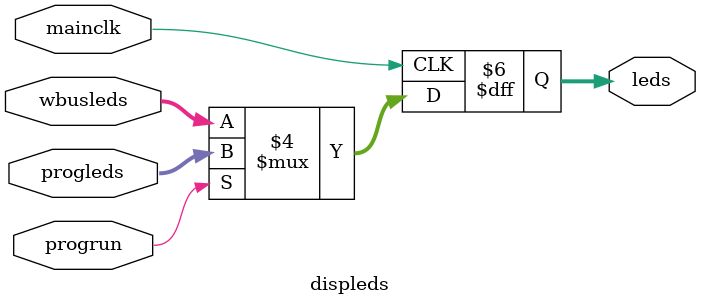
<source format=v>
`timescale 1ns / 1ps

module wbus_test(
    input mainclk,
    input  [7:0] switches,
    //output [7:0] leds,
    input test_en,
    inout [7:0] bus
    );
    
    reg[7:0] busdata;
    assign bus = busdata;
    //assign bus = 8'bz;
    //assign leds = bus;
    initial begin
    
        busdata = 8'bz;
    end
    
    //always @ bus leds = bus; 
    
    always @ (posedge mainclk) begin
    
        if (test_en) busdata = switches; 
        else busdata = 8'bz;
    end
    
endmodule

module displeds(

    input mainclk,
    input [7:0] wbusleds,
    input [7:0] progleds,
    input progrun,
    output reg [7:0] leds
);

    initial begin
    
    end
    
    always @ (posedge mainclk) begin
    
        if (progrun) leds = progleds;
        else leds = wbusleds;
    
    end
    
endmodule

</source>
